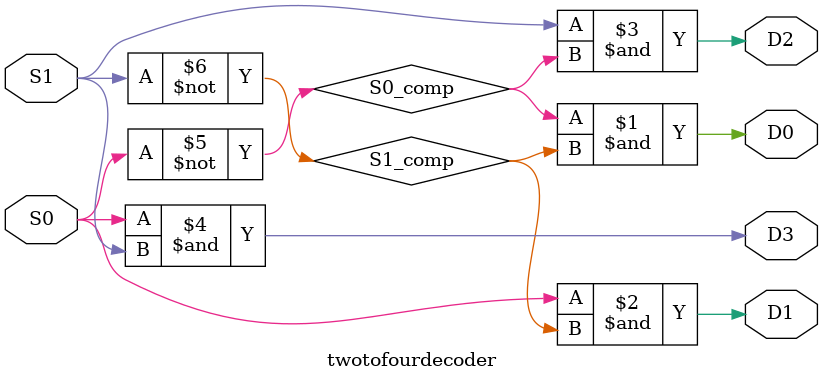
<source format=v>
module twotofourdecoder(input S0,input S1,output D0,output D1,output D2,output D3);
  wire S0_comp;
  wire S1_comp;
  not(S0_comp,S0);
  not(S1_comp,S1);
  and(D0,S0_comp,S1_comp);
  and(D1,S0,S1_comp);
  and(D2,S1,S0_comp);
  and(D3,S0,S1);
endmodule
</source>
